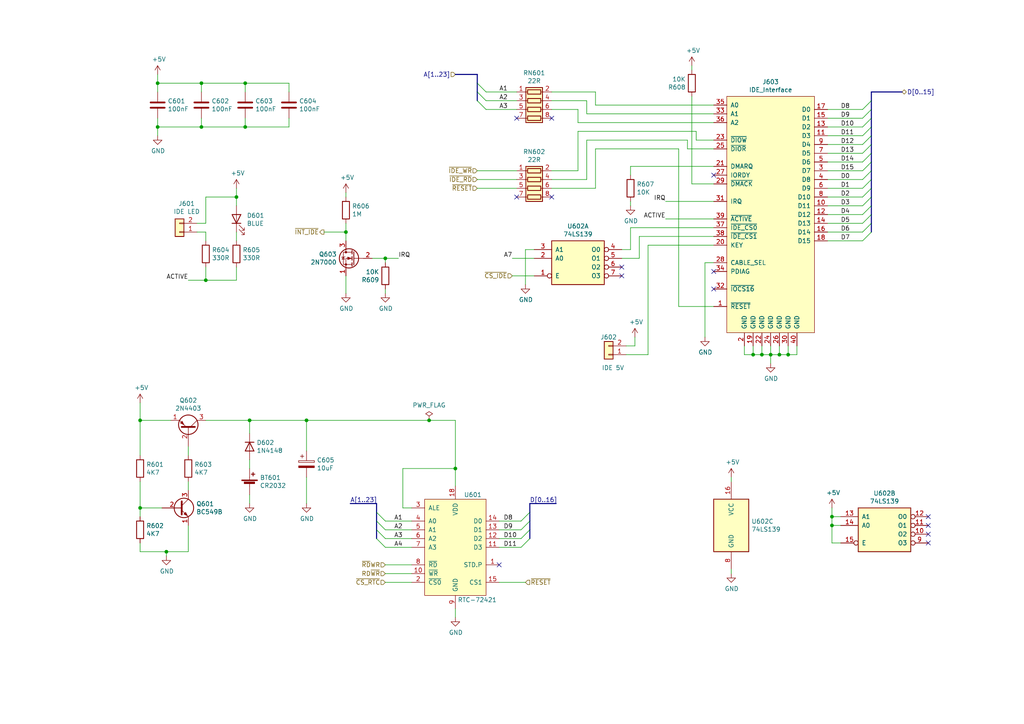
<source format=kicad_sch>
(kicad_sch (version 20231120) (generator "eeschema") (generator_version "8.0")
  (paper "A4")
  (title_block (title "Y Ddraig") (company "Stephen Moody"))
  (lib_symbols
    (symbol "74xx:74LS139" (pin_names (offset 1.016))
      (property "Reference" "U" (at -7.62 8.89 0))
      (property "Value" "74LS139" (at -7.62 -8.89 0))
      (symbol "74LS139_1_0"
        (pin input inverted (at -12.7 -5.08 0) (length 5.08) (name "E") (number "1"))
        (pin input line (at -12.7 0 0) (length 5.08) (name "A0") (number "2"))
        (pin input line (at -12.7 2.54 0) (length 5.08) (name "A1") (number "3"))
        (pin output inverted (at 12.7 2.54 180) (length 5.08) (name "O0") (number "4"))
        (pin output inverted (at 12.7 0 180) (length 5.08) (name "O1") (number "5"))
        (pin output inverted (at 12.7 -2.54 180) (length 5.08) (name "O2") (number "6"))
        (pin output inverted (at 12.7 -5.08 180) (length 5.08) (name "O3") (number "7"))
      )
      (symbol "74LS139_1_1"
        (rectangle (start -7.62 5.08) (end 7.62 -7.62) (stroke (width 0.254)) (fill (type background)))
      )
      (symbol "74LS139_2_0"
        (pin output inverted (at 12.7 -2.54 180) (length 5.08) (name "O2") (number "10"))
        (pin output inverted (at 12.7 0 180) (length 5.08) (name "O1") (number "11"))
        (pin output inverted (at 12.7 2.54 180) (length 5.08) (name "O0") (number "12"))
        (pin input line (at -12.7 2.54 0) (length 5.08) (name "A1") (number "13"))
        (pin input line (at -12.7 0 0) (length 5.08) (name "A0") (number "14"))
        (pin input inverted (at -12.7 -5.08 0) (length 5.08) (name "E") (number "15"))
        (pin output inverted (at 12.7 -5.08 180) (length 5.08) (name "O3") (number "9"))
      )
      (symbol "74LS139_2_1"
        (rectangle (start -7.62 5.08) (end 7.62 -7.62) (stroke (width 0.254)) (fill (type background)))
      )
      (symbol "74LS139_3_0"
        (pin power_in line (at 0 12.7 270) (length 5.08) (name "VCC") (number "16"))
        (pin power_in line (at 0 -12.7 90) (length 5.08) (name "GND") (number "8"))
      )
      (symbol "74LS139_3_1"
        (rectangle (start -5.08 7.62) (end 5.08 -7.62) (stroke (width 0.254)) (fill (type background)))
      )
    )
    (symbol "Connector_Generic:Conn_01x02" (pin_names (offset 1.016) hide)
      (property "Reference" "J" (at 0 2.54 0))
      (property "Value" "Conn_01x02" (at 0 -5.08 0))
      (symbol "Conn_01x02_1_1"
        (rectangle (start -1.27 -2.413) (end 0 -2.667) (stroke (width 0.1524)))
        (rectangle (start -1.27 0.127) (end 0 -0.127) (stroke (width 0.1524)))
        (rectangle (start -1.27 1.27) (end 1.27 -3.81) (stroke (width 0.254)) (fill (type background)))
        (pin passive line (at -5.08 0 0) (length 3.81) (name "Pin_1") (number "1"))
        (pin passive line (at -5.08 -2.54 0) (length 3.81) (name "Pin_2") (number "2"))
      )
    )
    (symbol "Ddraig:IDE_Interface" (pin_names (offset 1.016))
      (property "Reference" "J" (at -17.78 25.4 0))
      (property "Value" "IDE_Interface" (at 34.29 -29.21 0))
      (symbol "IDE_Interface_0_1"
        (rectangle (start -12.7 27.94) (end 12.7 -40.64) (fill (type background)))
      )
      (symbol "IDE_Interface_1_1"
        (pin input line (at -16.51 -33.02 0) (length 3.81) (name "~{RESET}") (number "1"))
        (pin bidirectional line (at 16.51 -3.81 180) (length 3.81) (name "D11") (number "10"))
        (pin bidirectional line (at 16.51 16.51 180) (length 3.81) (name "D3") (number "11"))
        (pin bidirectional line (at 16.51 -6.35 180) (length 3.81) (name "D12") (number "12"))
        (pin bidirectional line (at 16.51 19.05 180) (length 3.81) (name "D2") (number "13"))
        (pin bidirectional line (at 16.51 -8.89 180) (length 3.81) (name "D13") (number "14"))
        (pin bidirectional line (at 16.51 21.59 180) (length 3.81) (name "D1") (number "15"))
        (pin bidirectional line (at 16.51 -11.43 180) (length 3.81) (name "D14") (number "16"))
        (pin bidirectional line (at 16.51 24.13 180) (length 3.81) (name "D0") (number "17"))
        (pin bidirectional line (at 16.51 -13.97 180) (length 3.81) (name "D15") (number "18"))
        (pin power_in line (at -5.08 -44.45 90) (length 3.81) (name "GND") (number "19"))
        (pin power_in line (at -7.62 -44.45 90) (length 3.81) (name "GND") (number "2"))
        (pin passive line (at -16.51 -15.24 0) (length 3.81) (name "KEY") (number "20"))
        (pin output line (at -16.51 7.62 0) (length 3.81) (name "DMARQ") (number "21"))
        (pin power_in line (at -2.54 -44.45 90) (length 3.81) (name "GND") (number "22"))
        (pin input line (at -16.51 15.24 0) (length 3.81) (name "~{DIOW}") (number "23"))
        (pin power_in line (at 0 -44.45 90) (length 3.81) (name "GND") (number "24"))
        (pin input line (at -16.51 12.7 0) (length 3.81) (name "~{DIOR}") (number "25"))
        (pin power_in line (at 2.54 -44.45 90) (length 3.81) (name "GND") (number "26"))
        (pin output line (at -16.51 5.08 0) (length 3.81) (name "IORDY") (number "27"))
        (pin input line (at -16.51 -20.32 0) (length 3.81) (name "CABLE_SEL") (number "28"))
        (pin input line (at -16.51 2.54 0) (length 3.81) (name "~{DMACK}") (number "29"))
        (pin bidirectional line (at 16.51 6.35 180) (length 3.81) (name "D7") (number "3"))
        (pin power_in line (at 5.08 -44.45 90) (length 3.81) (name "GND") (number "30"))
        (pin output line (at -16.51 -2.54 0) (length 3.81) (name "IRQ") (number "31"))
        (pin input line (at -16.51 -27.94 0) (length 3.81) (name "~{IOCS16}") (number "32"))
        (pin input line (at -16.51 22.86 0) (length 3.81) (name "A1") (number "33"))
        (pin passive line (at -16.51 -22.86 0) (length 3.81) (name "PDIAG") (number "34"))
        (pin input line (at -16.51 25.4 0) (length 3.81) (name "A0") (number "35"))
        (pin input line (at -16.51 20.32 0) (length 3.81) (name "A2") (number "36"))
        (pin input line (at -16.51 -10.16 0) (length 3.81) (name "~{IDE_CS0}") (number "37"))
        (pin input line (at -16.51 -12.7 0) (length 3.81) (name "~{IDE_CS1}") (number "38"))
        (pin output line (at -16.51 -7.62 0) (length 3.81) (name "~{ACTIVE}") (number "39"))
        (pin bidirectional line (at 16.51 3.81 180) (length 3.81) (name "D8") (number "4"))
        (pin power_in line (at 7.62 -44.45 90) (length 3.81) (name "GND") (number "40"))
        (pin bidirectional line (at 16.51 8.89 180) (length 3.81) (name "D6") (number "5"))
        (pin bidirectional line (at 16.51 1.27 180) (length 3.81) (name "D9") (number "6"))
        (pin bidirectional line (at 16.51 11.43 180) (length 3.81) (name "D5") (number "7"))
        (pin bidirectional line (at 16.51 -1.27 180) (length 3.81) (name "D10") (number "8"))
        (pin bidirectional line (at 16.51 13.97 180) (length 3.81) (name "D4") (number "9"))
      )
    )
    (symbol "Ddraig:RPack04_Alt" (pin_names (offset 0) hide)
      (property "Reference" "RN" (at -7.62 0 90))
      (property "Value" "RPack04_Alt" (at 5.08 0 90))
      (symbol "RPack04_Alt_0_1"
        (rectangle (start -6.35 -2.413) (end 3.81 2.413) (stroke (width 0.254)) (fill (type background)))
        (rectangle (start -5.715 1.905) (end -4.445 -1.905) (stroke (width 0.254)))
        (rectangle (start -3.175 1.905) (end -1.905 -1.905) (stroke (width 0.254)))
        (rectangle (start -0.635 1.905) (end 0.635 -1.905) (stroke (width 0.254)))
        (polyline (pts (xy -5.08 -2.54) (xy -5.08 -1.905)))
        (polyline (pts (xy -5.08 1.905) (xy -5.08 2.54)))
        (polyline (pts (xy -2.54 -2.54) (xy -2.54 -1.905)))
        (polyline (pts (xy -2.54 1.905) (xy -2.54 2.54)))
        (polyline (pts (xy 0 -2.54) (xy 0 -1.905)))
        (polyline (pts (xy 0 1.905) (xy 0 2.54)))
        (polyline (pts (xy 2.54 -2.54) (xy 2.54 -1.905)))
        (polyline (pts (xy 2.54 1.905) (xy 2.54 2.54)))
        (rectangle (start 1.905 1.905) (end 3.175 -1.905) (stroke (width 0.254)))
      )
      (symbol "RPack04_Alt_1_1"
        (pin passive line (at -5.08 -5.08 90) (length 2.54) (name "R1.1") (number "1"))
        (pin passive line (at -5.08 5.08 270) (length 2.54) (name "R1.2") (number "2"))
        (pin passive line (at -2.54 -5.08 90) (length 2.54) (name "R2.1") (number "3"))
        (pin passive line (at -2.54 5.08 270) (length 2.54) (name "R2.2") (number "4"))
        (pin passive line (at 0 -5.08 90) (length 2.54) (name "R3.1") (number "5"))
        (pin passive line (at 0 5.08 270) (length 2.54) (name "R3.2") (number "6"))
        (pin passive line (at 2.54 -5.08 90) (length 2.54) (name "R4.1") (number "7"))
        (pin passive line (at 2.54 5.08 270) (length 2.54) (name "R4.2") (number "8"))
      )
    )
    (symbol "Ddraig:RTC-72421" (pin_names (offset 1.016))
      (property "Reference" "U" (at 6.35 13.97 0))
      (property "Value" "RTC-72421" (at 7.62 -17.78 0))
      (symbol "RTC-72421_0_1"
        (rectangle (start -8.89 12.7) (end 8.89 -15.24) (fill (type background)))
      )
      (symbol "RTC-72421_1_1"
        (pin output line (at 12.7 -6.35 180) (length 3.81) (name "STD.P") (number "1"))
        (pin input line (at -12.7 -8.89 0) (length 3.81) (name "~{WR}") (number "10"))
        (pin bidirectional line (at 12.7 -1.27 180) (length 3.81) (name "D3") (number "11"))
        (pin bidirectional line (at 12.7 1.27 180) (length 3.81) (name "D2") (number "12"))
        (pin bidirectional line (at 12.7 3.81 180) (length 3.81) (name "D1") (number "13"))
        (pin bidirectional line (at 12.7 6.35 180) (length 3.81) (name "D0") (number "14"))
        (pin input line (at 12.7 -11.43 180) (length 3.81) (name "CS1") (number "15"))
        (pin no_connect line (at -12.7 -3.81 0) (length 3.81) hide (name "(VDD)") (number "16"))
        (pin no_connect line (at 12.7 -3.81 180) (length 3.81) hide (name "(VDD)") (number "17"))
        (pin power_in line (at 0 16.51 270) (length 3.81) (name "VDD") (number "18"))
        (pin input line (at -12.7 -11.43 0) (length 3.81) (name "~{CS0}") (number "2"))
        (pin input line (at -12.7 10.16 0) (length 3.81) (name "ALE") (number "3"))
        (pin input line (at -12.7 6.35 0) (length 3.81) (name "A0") (number "4"))
        (pin input line (at -12.7 3.81 0) (length 3.81) (name "A1") (number "5"))
        (pin input line (at -12.7 1.27 0) (length 3.81) (name "A2") (number "6"))
        (pin input line (at -12.7 -1.27 0) (length 3.81) (name "A3") (number "7"))
        (pin input line (at -12.7 -6.35 0) (length 3.81) (name "~{RD}") (number "8"))
        (pin power_in line (at 0 -19.05 90) (length 3.81) (name "GND") (number "9"))
      )
    )
    (symbol "Device:Battery_Cell" (pin_numbers hide) (pin_names (offset 0) hide)
      (property "Reference" "BT" (at 2.54 2.54 0))
      (property "Value" "Battery_Cell" (at 2.54 0 0))
      (symbol "Battery_Cell_0_1"
        (rectangle (start -2.286 1.778) (end 2.286 1.524) (fill (type outline)))
        (rectangle (start -1.5748 1.1938) (end 1.4732 0.6858) (fill (type outline)))
        (polyline (pts (xy 0 0.762) (xy 0 0)))
        (polyline (pts (xy 0 1.778) (xy 0 2.54)))
        (polyline (pts (xy 0.508 3.429) (xy 1.524 3.429)) (stroke (width 0.254)))
        (polyline (pts (xy 1.016 3.937) (xy 1.016 2.921)) (stroke (width 0.254)))
      )
      (symbol "Battery_Cell_1_1"
        (pin passive line (at 0 5.08 270) (length 2.54) (name "+") (number "1"))
        (pin passive line (at 0 -2.54 90) (length 2.54) (name "-") (number "2"))
      )
    )
    (symbol "Device:C" (pin_numbers hide) (pin_names (offset 0.254))
      (property "Reference" "C" (at 0.635 2.54 0))
      (property "Value" "C" (at 0.635 -2.54 0))
      (symbol "C_0_1"
        (polyline (pts (xy -2.032 -0.762) (xy 2.032 -0.762)) (stroke (width 0.508)))
        (polyline (pts (xy -2.032 0.762) (xy 2.032 0.762)) (stroke (width 0.508)))
      )
      (symbol "C_1_1"
        (pin passive line (at 0 3.81 270) (length 2.794) (name "~") (number "1"))
        (pin passive line (at 0 -3.81 90) (length 2.794) (name "~") (number "2"))
      )
    )
    (symbol "Device:C_Polarized" (pin_numbers hide) (pin_names (offset 0.254))
      (property "Reference" "C" (at 0.635 2.54 0))
      (property "Value" "C_Polarized" (at 0.635 -2.54 0))
      (symbol "C_Polarized_0_1"
        (rectangle (start -2.286 0.508) (end 2.286 1.016))
        (polyline (pts (xy -1.778 2.286) (xy -0.762 2.286)))
        (polyline (pts (xy -1.27 2.794) (xy -1.27 1.778)))
        (rectangle (start 2.286 -0.508) (end -2.286 -1.016) (fill (type outline)))
      )
      (symbol "C_Polarized_1_1"
        (pin passive line (at 0 3.81 270) (length 2.794) (name "~") (number "1"))
        (pin passive line (at 0 -3.81 90) (length 2.794) (name "~") (number "2"))
      )
    )
    (symbol "Device:LED" (pin_numbers hide) (pin_names (offset 1.016) hide)
      (property "Reference" "D" (at 0 2.54 0))
      (property "Value" "LED" (at 0 -2.54 0))
      (symbol "LED_0_1"
        (polyline (pts (xy -1.27 -1.27) (xy -1.27 1.27)) (stroke (width 0.254)))
        (polyline (pts (xy -1.27 0) (xy 1.27 0)))
        (polyline (pts (xy 1.27 -1.27) (xy 1.27 1.27) (xy -1.27 0) (xy 1.27 -1.27)) (stroke (width 0.254)))
        (polyline (pts (xy -3.048 -0.762) (xy -4.572 -2.286) (xy -3.81 -2.286) (xy -4.572 -2.286) (xy -4.572 -1.524)))
        (polyline (pts (xy -1.778 -0.762) (xy -3.302 -2.286) (xy -2.54 -2.286) (xy -3.302 -2.286) (xy -3.302 -1.524)))
      )
      (symbol "LED_1_1"
        (pin passive line (at -3.81 0 0) (length 2.54) (name "K") (number "1"))
        (pin passive line (at 3.81 0 180) (length 2.54) (name "A") (number "2"))
      )
    )
    (symbol "Device:Q_NPN_EBC" (pin_names (offset 0) hide)
      (property "Reference" "Q" (at 5.08 1.27 0))
      (property "Value" "Q_NPN_EBC" (at 5.08 -1.27 0))
      (symbol "Q_NPN_EBC_0_1"
        (polyline (pts (xy 0.635 0.635) (xy 2.54 2.54)))
        (polyline (pts (xy 0.635 -0.635) (xy 2.54 -2.54) (xy 2.54 -2.54)))
        (polyline (pts (xy 0.635 1.905) (xy 0.635 -1.905) (xy 0.635 -1.905)) (stroke (width 0.508)))
        (polyline (pts (xy 1.27 -1.778) (xy 1.778 -1.27) (xy 2.286 -2.286) (xy 1.27 -1.778) (xy 1.27 -1.778)) (fill (type outline)))
        (circle (center 1.27 0) (radius 2.8194) (stroke (width 0.254)))
      )
      (symbol "Q_NPN_EBC_1_1"
        (pin passive line (at 2.54 -5.08 90) (length 2.54) (name "E") (number "1"))
        (pin passive line (at -5.08 0 0) (length 5.715) (name "B") (number "2"))
        (pin passive line (at 2.54 5.08 270) (length 2.54) (name "C") (number "3"))
      )
    )
    (symbol "Device:Q_PNP_EBC" (pin_names (offset 0) hide)
      (property "Reference" "Q" (at 5.08 1.27 0))
      (property "Value" "Q_PNP_EBC" (at 5.08 -1.27 0))
      (symbol "Q_PNP_EBC_0_1"
        (polyline (pts (xy 0.635 0.635) (xy 2.54 2.54)))
        (polyline (pts (xy 0.635 -0.635) (xy 2.54 -2.54) (xy 2.54 -2.54)))
        (polyline (pts (xy 0.635 1.905) (xy 0.635 -1.905) (xy 0.635 -1.905)) (stroke (width 0.508)))
        (polyline (pts (xy 2.286 -1.778) (xy 1.778 -2.286) (xy 1.27 -1.27) (xy 2.286 -1.778) (xy 2.286 -1.778)) (fill (type outline)))
        (circle (center 1.27 0) (radius 2.8194) (stroke (width 0.254)))
      )
      (symbol "Q_PNP_EBC_1_1"
        (pin passive line (at 2.54 -5.08 90) (length 2.54) (name "E") (number "1"))
        (pin input line (at -5.08 0 0) (length 5.715) (name "B") (number "2"))
        (pin passive line (at 2.54 5.08 270) (length 2.54) (name "C") (number "3"))
      )
    )
    (symbol "Device:R" (pin_numbers hide) (pin_names (offset 0))
      (property "Reference" "R" (at 2.032 0 90))
      (property "Value" "R" (at 0 0 90))
      (symbol "R_0_1"
        (rectangle (start -1.016 -2.54) (end 1.016 2.54) (stroke (width 0.254)))
      )
      (symbol "R_1_1"
        (pin passive line (at 0 3.81 270) (length 1.27) (name "~") (number "1"))
        (pin passive line (at 0 -3.81 90) (length 1.27) (name "~") (number "2"))
      )
    )
    (symbol "Diode:1N4148" (pin_numbers hide) (pin_names (offset 1.016) hide)
      (property "Reference" "D" (at 0 2.54 0))
      (property "Value" "1N4148" (at 0 -2.54 0))
      (symbol "1N4148_0_1"
        (polyline (pts (xy -1.27 1.27) (xy -1.27 -1.27)) (stroke (width 0.254)))
        (polyline (pts (xy 1.27 0) (xy -1.27 0)))
        (polyline (pts (xy 1.27 1.27) (xy 1.27 -1.27) (xy -1.27 0) (xy 1.27 1.27)) (stroke (width 0.254)))
      )
      (symbol "1N4148_1_1"
        (pin passive line (at -3.81 0 0) (length 2.54) (name "K") (number "1"))
        (pin passive line (at 3.81 0 180) (length 2.54) (name "A") (number "2"))
      )
    )
    (symbol "Transistor_FET:2N7000" (pin_names hide)
      (property "Reference" "Q" (at 5.08 1.905 0))
      (property "Value" "2N7000" (at 5.08 0 0))
      (symbol "2N7000_0_1"
        (polyline (pts (xy 0.254 0) (xy -2.54 0)))
        (polyline (pts (xy 0.254 1.905) (xy 0.254 -1.905)) (stroke (width 0.254)))
        (polyline (pts (xy 0.762 -1.27) (xy 0.762 -2.286)) (stroke (width 0.254)))
        (polyline (pts (xy 0.762 0.508) (xy 0.762 -0.508)) (stroke (width 0.254)))
        (polyline (pts (xy 0.762 2.286) (xy 0.762 1.27)) (stroke (width 0.254)))
        (polyline (pts (xy 2.54 2.54) (xy 2.54 1.778)))
        (polyline (pts (xy 2.54 -2.54) (xy 2.54 0) (xy 0.762 0)))
        (polyline (pts (xy 0.762 -1.778) (xy 3.302 -1.778) (xy 3.302 1.778) (xy 0.762 1.778)))
        (polyline (pts (xy 1.016 0) (xy 2.032 0.381) (xy 2.032 -0.381) (xy 1.016 0)) (fill (type outline)))
        (polyline (pts (xy 2.794 0.508) (xy 2.921 0.381) (xy 3.683 0.381) (xy 3.81 0.254)))
        (polyline (pts (xy 3.302 0.381) (xy 2.921 -0.254) (xy 3.683 -0.254) (xy 3.302 0.381)))
        (circle (center 1.651 0) (radius 2.794) (stroke (width 0.254)))
        (circle (center 2.54 -1.778) (radius 0.254) (fill (type outline)))
        (circle (center 2.54 1.778) (radius 0.254) (fill (type outline)))
      )
      (symbol "2N7000_1_1"
        (pin passive line (at 2.54 -5.08 90) (length 2.54) (name "S") (number "1"))
        (pin input line (at -5.08 0 0) (length 2.54) (name "G") (number "2"))
        (pin passive line (at 2.54 5.08 270) (length 2.54) (name "D") (number "3"))
      )
    )
    (symbol "power:+5V" (power) (pin_names (offset 0))
      (property "Value" "+5V" (at 0 3.556 0))
      (symbol "+5V_0_1"
        (polyline (pts (xy -0.762 1.27) (xy 0 2.54)))
        (polyline (pts (xy 0 0) (xy 0 2.54)))
        (polyline (pts (xy 0 2.54) (xy 0.762 1.27)))
      )
      (symbol "+5V_1_1"
        (pin power_in line (at 0 0 90) (length 0) hide (name "+5V") (number "1"))
      )
    )
    (symbol "power:GND" (power) (pin_names (offset 0))
      (property "Value" "GND" (at 0 -3.81 0))
      (symbol "GND_0_1"
        (polyline (pts (xy 0 0) (xy 0 -1.27) (xy 1.27 -1.27) (xy 0 -2.54) (xy -1.27 -1.27) (xy 0 -1.27)))
      )
      (symbol "GND_1_1"
        (pin power_in line (at 0 0 270) (length 0) hide (name "GND") (number "1"))
      )
    )
    (symbol "power:PWR_FLAG" (power) (pin_numbers hide) (pin_names (offset 0) hide)
      (property "Value" "PWR_FLAG" (at 0 3.81 0))
      (symbol "PWR_FLAG_0_0"
        (pin power_out line (at 0 0 90) (length 0) (name "pwr") (number "1"))
      )
      (symbol "PWR_FLAG_0_1"
        (polyline (pts (xy 0 0) (xy 0 1.27) (xy -1.016 1.905) (xy 0 2.54) (xy 1.016 1.905) (xy 0 1.27)))
      )
    )
  )
  (junction (at 100.33 67.31))
  (junction (at 218.44 102.87))
  (junction (at 220.98 102.87))
  (junction (at 228.6 102.87))
  (junction (at 68.58 57.15))
  (junction (at 45.72 24.13))
  (junction (at 58.42 36.83))
  (junction (at 241.3 152.4))
  (junction (at 71.12 24.13))
  (junction (at 45.72 36.83))
  (junction (at 88.9 121.92))
  (junction (at 48.26 160.02))
  (junction (at 241.3 149.86))
  (junction (at 226.06 102.87))
  (junction (at 40.64 121.92))
  (junction (at 72.39 121.92))
  (junction (at 58.42 24.13))
  (junction (at 111.76 74.93))
  (junction (at 223.52 102.87))
  (junction (at 132.08 135.89))
  (junction (at 40.64 147.32))
  (junction (at 71.12 36.83))
  (junction (at 59.69 81.28))
  (junction (at 124.46 121.92))
  (no_connect (at 144.78 163.83))
  (no_connect (at 207.01 78.74))
  (no_connect (at 269.24 154.94))
  (no_connect (at 160.02 57.15))
  (no_connect (at 207.01 83.82))
  (no_connect (at 160.02 34.29))
  (no_connect (at 149.86 57.15))
  (no_connect (at 269.24 152.4))
  (no_connect (at 180.34 80.01))
  (no_connect (at 269.24 149.86))
  (no_connect (at 149.86 34.29))
  (no_connect (at 180.34 77.47))
  (no_connect (at 269.24 157.48))
  (no_connect (at 207.01 50.8))
  (bus_entry (at 252.73 54.61) (size -2.54 2.54))
  (bus_entry (at 109.22 156.21) (size 2.54 2.54))
  (bus_entry (at 252.73 59.69) (size -2.54 2.54))
  (bus_entry (at 252.73 39.37) (size -2.54 2.54))
  (bus_entry (at 252.73 64.77) (size -2.54 2.54))
  (bus_entry (at 153.67 156.21) (size -2.54 2.54))
  (bus_entry (at 252.73 62.23) (size -2.54 2.54))
  (bus_entry (at 153.67 153.67) (size -2.54 2.54))
  (bus_entry (at 252.73 36.83) (size -2.54 2.54))
  (bus_entry (at 252.73 52.07) (size -2.54 2.54))
  (bus_entry (at 109.22 153.67) (size 2.54 2.54))
  (bus_entry (at 252.73 29.21) (size -2.54 2.54))
  (bus_entry (at 138.43 24.13) (size 2.54 2.54))
  (bus_entry (at 252.73 46.99) (size -2.54 2.54))
  (bus_entry (at 252.73 67.31) (size -2.54 2.54))
  (bus_entry (at 109.22 148.59) (size 2.54 2.54))
  (bus_entry (at 252.73 49.53) (size -2.54 2.54))
  (bus_entry (at 252.73 57.15) (size -2.54 2.54))
  (bus_entry (at 138.43 26.67) (size 2.54 2.54))
  (bus_entry (at 153.67 151.13) (size -2.54 2.54))
  (bus_entry (at 153.67 148.59) (size -2.54 2.54))
  (bus_entry (at 252.73 41.91) (size -2.54 2.54))
  (bus_entry (at 252.73 44.45) (size -2.54 2.54))
  (bus_entry (at 252.73 34.29) (size -2.54 2.54))
  (bus_entry (at 252.73 31.75) (size -2.54 2.54))
  (bus_entry (at 109.22 151.13) (size 2.54 2.54))
  (bus_entry (at 138.43 29.21) (size 2.54 2.54))
  (wire (pts (xy 241.3 157.48) (xy 243.84 157.48)))
  (wire (pts (xy 172.72 43.18) (xy 196.85 43.18)))
  (wire (pts (xy 57.15 64.77) (xy 59.69 64.77)))
  (wire (pts (xy 100.33 80.01) (xy 100.33 85.09)))
  (wire (pts (xy 57.15 67.31) (xy 59.69 67.31)))
  (wire (pts (xy 144.78 153.67) (xy 151.13 153.67)))
  (wire (pts (xy 167.64 49.53) (xy 167.64 38.1)))
  (wire (pts (xy 111.76 166.37) (xy 119.38 166.37)))
  (bus (pts (xy 252.73 36.83) (xy 252.73 39.37)))
  (wire (pts (xy 241.3 147.32) (xy 241.3 149.86)))
  (wire (pts (xy 58.42 36.83) (xy 71.12 36.83)))
  (wire (pts (xy 111.76 151.13) (xy 119.38 151.13)))
  (wire (pts (xy 228.6 100.33) (xy 228.6 102.87)))
  (bus (pts (xy 153.67 153.67) (xy 153.67 156.21)))
  (bus (pts (xy 252.73 41.91) (xy 252.73 44.45)))
  (wire (pts (xy 220.98 100.33) (xy 220.98 102.87)))
  (bus (pts (xy 138.43 26.67) (xy 138.43 29.21)))
  (bus (pts (xy 138.43 21.59) (xy 132.08 21.59)))
  (wire (pts (xy 40.64 121.92) (xy 40.64 132.08)))
  (wire (pts (xy 218.44 100.33) (xy 218.44 102.87)))
  (wire (pts (xy 200.66 53.34) (xy 200.66 27.94)))
  (wire (pts (xy 240.03 64.77) (xy 250.19 64.77)))
  (wire (pts (xy 223.52 105.41) (xy 223.52 102.87)))
  (wire (pts (xy 72.39 133.35) (xy 72.39 135.89)))
  (wire (pts (xy 207.01 63.5) (xy 193.04 63.5)))
  (wire (pts (xy 58.42 24.13) (xy 58.42 26.67)))
  (wire (pts (xy 119.38 147.32) (xy 116.84 147.32)))
  (wire (pts (xy 68.58 54.61) (xy 68.58 57.15)))
  (wire (pts (xy 72.39 121.92) (xy 72.39 125.73)))
  (wire (pts (xy 193.04 58.42) (xy 207.01 58.42)))
  (bus (pts (xy 153.67 146.05) (xy 161.29 146.05)))
  (wire (pts (xy 59.69 57.15) (xy 68.58 57.15)))
  (wire (pts (xy 59.69 67.31) (xy 59.69 69.85)))
  (bus (pts (xy 138.43 24.13) (xy 138.43 26.67)))
  (wire (pts (xy 241.3 152.4) (xy 243.84 152.4)))
  (wire (pts (xy 48.26 160.02) (xy 48.26 161.29)))
  (wire (pts (xy 151.13 156.21) (xy 144.78 156.21)))
  (wire (pts (xy 119.38 163.83) (xy 111.76 163.83)))
  (wire (pts (xy 40.64 160.02) (xy 48.26 160.02)))
  (wire (pts (xy 68.58 67.31) (xy 68.58 69.85)))
  (wire (pts (xy 182.88 66.04) (xy 207.01 66.04)))
  (bus (pts (xy 153.67 148.59) (xy 153.67 151.13)))
  (wire (pts (xy 151.13 151.13) (xy 144.78 151.13)))
  (wire (pts (xy 45.72 24.13) (xy 58.42 24.13)))
  (bus (pts (xy 109.22 153.67) (xy 109.22 156.21)))
  (wire (pts (xy 240.03 39.37) (xy 250.19 39.37)))
  (wire (pts (xy 172.72 54.61) (xy 160.02 54.61)))
  (bus (pts (xy 109.22 146.05) (xy 101.6 146.05)))
  (wire (pts (xy 160.02 26.67) (xy 172.72 26.67)))
  (wire (pts (xy 45.72 24.13) (xy 45.72 21.59)))
  (wire (pts (xy 182.88 48.26) (xy 182.88 50.8)))
  (wire (pts (xy 119.38 168.91) (xy 111.76 168.91)))
  (wire (pts (xy 149.86 49.53) (xy 138.43 49.53)))
  (wire (pts (xy 204.47 76.2) (xy 204.47 97.79)))
  (wire (pts (xy 68.58 81.28) (xy 59.69 81.28)))
  (wire (pts (xy 111.76 76.2) (xy 111.76 74.93)))
  (wire (pts (xy 71.12 24.13) (xy 83.82 24.13)))
  (bus (pts (xy 252.73 46.99) (xy 252.73 49.53)))
  (wire (pts (xy 119.38 158.75) (xy 111.76 158.75)))
  (bus (pts (xy 109.22 151.13) (xy 109.22 153.67)))
  (wire (pts (xy 40.64 116.84) (xy 40.64 121.92)))
  (wire (pts (xy 45.72 36.83) (xy 45.72 34.29)))
  (wire (pts (xy 167.64 31.75) (xy 167.64 35.56)))
  (wire (pts (xy 170.18 52.07) (xy 170.18 40.64)))
  (wire (pts (xy 152.4 72.39) (xy 152.4 82.55)))
  (bus (pts (xy 252.73 31.75) (xy 252.73 34.29)))
  (wire (pts (xy 160.02 29.21) (xy 170.18 29.21)))
  (wire (pts (xy 148.59 74.93) (xy 154.94 74.93)))
  (wire (pts (xy 185.42 68.58) (xy 207.01 68.58)))
  (wire (pts (xy 88.9 146.05) (xy 88.9 138.43)))
  (wire (pts (xy 111.76 156.21) (xy 119.38 156.21)))
  (wire (pts (xy 160.02 31.75) (xy 167.64 31.75)))
  (wire (pts (xy 199.39 40.64) (xy 199.39 43.18)))
  (wire (pts (xy 181.61 100.33) (xy 184.15 100.33)))
  (wire (pts (xy 240.03 59.69) (xy 250.19 59.69)))
  (wire (pts (xy 54.61 160.02) (xy 48.26 160.02)))
  (bus (pts (xy 252.73 39.37) (xy 252.73 41.91)))
  (wire (pts (xy 71.12 36.83) (xy 83.82 36.83)))
  (wire (pts (xy 59.69 81.28) (xy 54.61 81.28)))
  (wire (pts (xy 223.52 102.87) (xy 226.06 102.87)))
  (wire (pts (xy 140.97 26.67) (xy 149.86 26.67)))
  (wire (pts (xy 240.03 49.53) (xy 250.19 49.53)))
  (wire (pts (xy 111.76 74.93) (xy 107.95 74.93)))
  (wire (pts (xy 149.86 52.07) (xy 138.43 52.07)))
  (wire (pts (xy 58.42 36.83) (xy 58.42 34.29)))
  (wire (pts (xy 170.18 33.02) (xy 207.01 33.02)))
  (bus (pts (xy 109.22 148.59) (xy 109.22 151.13)))
  (wire (pts (xy 45.72 39.37) (xy 45.72 36.83)))
  (wire (pts (xy 231.14 102.87) (xy 231.14 100.33)))
  (bus (pts (xy 252.73 26.67) (xy 261.62 26.67)))
  (wire (pts (xy 196.85 88.9) (xy 207.01 88.9)))
  (bus (pts (xy 252.73 34.29) (xy 252.73 36.83)))
  (wire (pts (xy 72.39 143.51) (xy 72.39 146.05)))
  (bus (pts (xy 252.73 29.21) (xy 252.73 31.75)))
  (wire (pts (xy 68.58 77.47) (xy 68.58 81.28)))
  (wire (pts (xy 116.84 147.32) (xy 116.84 135.89)))
  (wire (pts (xy 240.03 69.85) (xy 250.19 69.85)))
  (wire (pts (xy 49.53 121.92) (xy 40.64 121.92)))
  (wire (pts (xy 54.61 152.4) (xy 54.61 160.02)))
  (wire (pts (xy 167.64 35.56) (xy 207.01 35.56)))
  (wire (pts (xy 100.33 64.77) (xy 100.33 67.31)))
  (wire (pts (xy 215.9 102.87) (xy 218.44 102.87)))
  (wire (pts (xy 241.3 149.86) (xy 243.84 149.86)))
  (wire (pts (xy 71.12 24.13) (xy 58.42 24.13)))
  (wire (pts (xy 250.19 31.75) (xy 240.03 31.75)))
  (bus (pts (xy 153.67 151.13) (xy 153.67 153.67)))
  (wire (pts (xy 207.01 71.12) (xy 187.96 71.12)))
  (wire (pts (xy 200.66 19.05) (xy 200.66 20.32)))
  (wire (pts (xy 132.08 135.89) (xy 132.08 140.97)))
  (wire (pts (xy 187.96 102.87) (xy 181.61 102.87)))
  (wire (pts (xy 172.72 26.67) (xy 172.72 30.48)))
  (wire (pts (xy 228.6 102.87) (xy 231.14 102.87)))
  (wire (pts (xy 201.93 38.1) (xy 201.93 40.64)))
  (wire (pts (xy 250.19 57.15) (xy 240.03 57.15)))
  (wire (pts (xy 140.97 31.75) (xy 149.86 31.75)))
  (bus (pts (xy 138.43 21.59) (xy 138.43 24.13)))
  (wire (pts (xy 132.08 121.92) (xy 132.08 135.89)))
  (wire (pts (xy 46.99 147.32) (xy 40.64 147.32)))
  (wire (pts (xy 45.72 26.67) (xy 45.72 24.13)))
  (wire (pts (xy 40.64 139.7) (xy 40.64 147.32)))
  (wire (pts (xy 182.88 72.39) (xy 180.34 72.39)))
  (wire (pts (xy 71.12 26.67) (xy 71.12 24.13)))
  (wire (pts (xy 138.43 54.61) (xy 149.86 54.61)))
  (wire (pts (xy 215.9 100.33) (xy 215.9 102.87)))
  (bus (pts (xy 252.73 44.45) (xy 252.73 46.99)))
  (wire (pts (xy 88.9 130.81) (xy 88.9 121.92)))
  (wire (pts (xy 124.46 121.92) (xy 132.08 121.92)))
  (wire (pts (xy 240.03 34.29) (xy 250.19 34.29)))
  (wire (pts (xy 187.96 71.12) (xy 187.96 102.87)))
  (wire (pts (xy 172.72 30.48) (xy 207.01 30.48)))
  (bus (pts (xy 252.73 26.67) (xy 252.73 29.21)))
  (wire (pts (xy 250.19 52.07) (xy 240.03 52.07)))
  (wire (pts (xy 45.72 36.83) (xy 58.42 36.83)))
  (wire (pts (xy 152.4 168.91) (xy 144.78 168.91)))
  (wire (pts (xy 59.69 121.92) (xy 72.39 121.92)))
  (wire (pts (xy 59.69 77.47) (xy 59.69 81.28)))
  (wire (pts (xy 144.78 158.75) (xy 151.13 158.75)))
  (wire (pts (xy 167.64 38.1) (xy 201.93 38.1)))
  (wire (pts (xy 148.59 80.01) (xy 154.94 80.01)))
  (wire (pts (xy 207.01 53.34) (xy 200.66 53.34)))
  (wire (pts (xy 212.09 165.1) (xy 212.09 166.37)))
  (wire (pts (xy 88.9 121.92) (xy 72.39 121.92)))
  (wire (pts (xy 207.01 48.26) (xy 182.88 48.26)))
  (wire (pts (xy 170.18 40.64) (xy 199.39 40.64)))
  (bus (pts (xy 252.73 52.07) (xy 252.73 54.61)))
  (bus (pts (xy 252.73 62.23) (xy 252.73 64.77)))
  (wire (pts (xy 240.03 54.61) (xy 250.19 54.61)))
  (wire (pts (xy 88.9 121.92) (xy 124.46 121.92)))
  (bus (pts (xy 153.67 146.05) (xy 153.67 148.59)))
  (bus (pts (xy 252.73 57.15) (xy 252.73 59.69)))
  (bus (pts (xy 109.22 146.05) (xy 109.22 148.59)))
  (bus (pts (xy 252.73 59.69) (xy 252.73 62.23)))
  (wire (pts (xy 132.08 179.07) (xy 132.08 176.53)))
  (wire (pts (xy 241.3 149.86) (xy 241.3 152.4)))
  (wire (pts (xy 185.42 74.93) (xy 185.42 68.58)))
  (wire (pts (xy 116.84 135.89) (xy 132.08 135.89)))
  (wire (pts (xy 54.61 142.24) (xy 54.61 139.7)))
  (wire (pts (xy 182.88 72.39) (xy 182.88 66.04)))
  (wire (pts (xy 182.88 59.69) (xy 182.88 58.42)))
  (bus (pts (xy 252.73 64.77) (xy 252.73 67.31)))
  (wire (pts (xy 250.19 46.99) (xy 240.03 46.99)))
  (wire (pts (xy 115.57 74.93) (xy 111.76 74.93)))
  (wire (pts (xy 220.98 102.87) (xy 223.52 102.87)))
  (wire (pts (xy 196.85 43.18) (xy 196.85 88.9)))
  (wire (pts (xy 201.93 40.64) (xy 207.01 40.64)))
  (wire (pts (xy 240.03 44.45) (xy 250.19 44.45)))
  (wire (pts (xy 100.33 57.15) (xy 100.33 55.88)))
  (wire (pts (xy 199.39 43.18) (xy 207.01 43.18)))
  (wire (pts (xy 250.19 41.91) (xy 240.03 41.91)))
  (wire (pts (xy 40.64 157.48) (xy 40.64 160.02)))
  (wire (pts (xy 223.52 100.33) (xy 223.52 102.87)))
  (bus (pts (xy 252.73 54.61) (xy 252.73 57.15)))
  (wire (pts (xy 68.58 57.15) (xy 68.58 59.69)))
  (wire (pts (xy 149.86 29.21) (xy 140.97 29.21)))
  (wire (pts (xy 71.12 36.83) (xy 71.12 34.29)))
  (wire (pts (xy 59.69 64.77) (xy 59.69 57.15)))
  (wire (pts (xy 83.82 24.13) (xy 83.82 26.67)))
  (wire (pts (xy 212.09 138.43) (xy 212.09 139.7)))
  (wire (pts (xy 250.19 62.23) (xy 240.03 62.23)))
  (wire (pts (xy 184.15 100.33) (xy 184.15 97.79)))
  (wire (pts (xy 172.72 43.18) (xy 172.72 54.61)))
  (wire (pts (xy 40.64 147.32) (xy 40.64 149.86)))
  (wire (pts (xy 207.01 76.2) (xy 204.47 76.2)))
  (wire (pts (xy 226.06 102.87) (xy 228.6 102.87)))
  (bus (pts (xy 252.73 49.53) (xy 252.73 52.07)))
  (wire (pts (xy 180.34 74.93) (xy 185.42 74.93)))
  (wire (pts (xy 226.06 100.33) (xy 226.06 102.87)))
  (wire (pts (xy 160.02 49.53) (xy 167.64 49.53)))
  (wire (pts (xy 160.02 52.07) (xy 170.18 52.07)))
  (wire (pts (xy 218.44 102.87) (xy 220.98 102.87)))
  (wire (pts (xy 93.98 67.31) (xy 100.33 67.31)))
  (wire (pts (xy 111.76 85.09) (xy 111.76 83.82)))
  (wire (pts (xy 241.3 152.4) (xy 241.3 157.48)))
  (wire (pts (xy 119.38 153.67) (xy 111.76 153.67)))
  (wire (pts (xy 250.19 67.31) (xy 240.03 67.31)))
  (wire (pts (xy 83.82 36.83) (xy 83.82 34.29)))
  (wire (pts (xy 54.61 129.54) (xy 54.61 132.08)))
  (wire (pts (xy 250.19 36.83) (xy 240.03 36.83)))
  (wire (pts (xy 154.94 72.39) (xy 152.4 72.39)))
  (wire (pts (xy 170.18 29.21) (xy 170.18 33.02)))
  (wire (pts (xy 100.33 69.85) (xy 100.33 67.31)))
  (label "D13" (at 243.84 44.45 0))
  (label "D4" (at 243.84 62.23 0))
  (label "D2" (at 243.84 57.15 0))
  (label "D5" (at 243.84 64.77 0))
  (label "D15" (at 243.84 49.53 0))
  (label "A3" (at 144.78 31.75 0))
  (label "D7" (at 243.84 69.85 0))
  (label "D9" (at 243.84 34.29 0))
  (label "IRQ" (at 193.04 58.42 180))
  (label "A1" (at 144.78 26.67 0))
  (label "D11" (at 243.84 39.37 0))
  (label "D8" (at 243.84 31.75 0))
  (label "D6" (at 243.84 67.31 0))
  (label "D[0..16]" (at 153.67 146.05 0))
  (label "D8" (at 146.05 151.13 0))
  (label "A3" (at 114.3 156.21 0))
  (label "A1" (at 114.3 151.13 0))
  (label "A2" (at 144.78 29.21 0))
  (label "ACTIVE" (at 54.61 81.28 180))
  (label "D14" (at 243.84 46.99 0))
  (label "ACTIVE" (at 193.04 63.5 180))
  (label "D9" (at 146.05 153.67 0))
  (label "D12" (at 243.84 41.91 0))
  (label "D10" (at 146.05 156.21 0))
  (label "D10" (at 243.84 36.83 0))
  (label "A4" (at 114.3 158.75 0))
  (label "D0" (at 243.84 52.07 0))
  (label "D11" (at 146.05 158.75 0))
  (label "D3" (at 243.84 59.69 0))
  (label "A7" (at 148.59 74.93 180))
  (label "A2" (at 114.3 153.67 0))
  (label "IRQ" (at 115.57 74.93 0))
  (label "D1" (at 243.84 54.61 0))
  (label "A[1..23]" (at 101.6 146.05 0))
  (hierarchical_label "~{INT_IDE}" (shape output) (at 93.98 67.31 180))
  (hierarchical_label "~{RD}WR" (shape input) (at 111.76 163.83 180))
  (hierarchical_label "~{CS_RTC}" (shape input) (at 111.76 168.91 180))
  (hierarchical_label "~{RESET}" (shape input) (at 138.43 54.61 180))
  (hierarchical_label "~{IDE_WR}" (shape input) (at 138.43 49.53 180))
  (hierarchical_label "D[0..15]" (shape bidirectional) (at 261.62 26.67 0))
  (hierarchical_label "RD~{WR}" (shape input) (at 111.76 166.37 180))
  (hierarchical_label "A[1..23]" (shape input) (at 132.08 21.59 180))
  (hierarchical_label "~{CS_IDE}" (shape input) (at 148.59 80.01 180))
  (hierarchical_label "~{RESET}" (shape input) (at 152.4 168.91 0))
  (hierarchical_label "~{IDE_RD}" (shape input) (at 138.43 52.07 180))
  (symbol (lib_id "power:GND") (at 212.09 166.37 0) (unit 1)
    (property "Reference" "#PWR0615" (effects (hide yes)))
    (property "Value" "GND" (at 212.217 170.7642 0))
  )
  (symbol (lib_id "Ddraig:RTC-72421") (at 132.08 157.48 0) (unit 1)
    (property "Reference" "U601" (at 137.16 143.51 0))
    (property "Value" "RTC-72421" (at 138.43 173.99 0))
    (property "Footprint" "Package_DIP:DIP-18_W7.62mm_Socket" (effects (hide yes)))
  )
  (symbol (lib_id "Device:Q_NPN_EBC") (at 52.07 147.32 0) (unit 1)
    (property "Reference" "Q601" (at 56.9214 146.1516 0) (effects (justify left)))
    (property "Value" "BC549B" (at 56.9214 148.463 0) (effects (justify left)))
    (property "Footprint" "Package_TO_SOT_THT:TO-92" (effects (hide yes)))
  )
  (symbol (lib_id "Device:Q_PNP_EBC") (at 54.61 124.46 270) (mirror x) (unit 1)
    (property "Reference" "Q602" (at 54.61 116.1288 90))
    (property "Value" "2N4403" (at 54.61 118.4402 90))
    (property "Footprint" "Package_TO_SOT_THT:TO-92" (effects (hide yes)))
  )
  (symbol (lib_id "Diode:1N4148") (at 72.39 129.54 270) (unit 1)
    (property "Reference" "D602" (at 74.422 128.3716 90) (effects (justify left)))
    (property "Value" "1N4148" (at 74.422 130.683 90) (effects (justify left)))
    (property "Footprint" "Diode_THT:D_DO-35_SOD27_P7.62mm_Horizontal" (effects (hide yes)))
    (property "Datasheet" "https://assets.nexperia.com/documents/data-sheet/1N4148_1N4448.pdf" (effects (hide yes)))
  )
  (symbol (lib_id "Device:Battery_Cell") (at 72.39 140.97 0) (unit 1)
    (property "Reference" "BT601" (at 75.3872 138.5316 0) (effects (justify left)))
    (property "Value" "CR2032" (at 75.3872 140.843 0) (effects (justify left)))
    (property "Footprint" "Battery:BatteryHolder_Keystone_103_1x20mm" (effects (hide yes)))
  )
  (symbol (lib_id "Device:R") (at 40.64 153.67 0) (unit 1)
    (property "Reference" "R602" (at 42.418 152.5016 0) (effects (justify left)))
    (property "Value" "4K7" (at 42.418 154.813 0) (effects (justify left)))
    (property "Footprint" "Resistor_THT:R_Axial_DIN0207_L6.3mm_D2.5mm_P10.16mm_Horizontal" (effects (hide yes)))
  )
  (symbol (lib_id "Device:C_Polarized") (at 88.9 134.62 0) (unit 1)
    (property "Reference" "C605" (at 91.8972 133.4516 0) (effects (justify left)))
    (property "Value" "10uF" (at 91.8972 135.763 0) (effects (justify left)))
    (property "Footprint" "Capacitor_THT:CP_Radial_D5.0mm_P2.50mm" (effects (hide yes)))
  )
  (symbol (lib_id "power:GND") (at 72.39 146.05 0) (unit 1)
    (property "Reference" "#PWR0606" (effects (hide yes)))
    (property "Value" "GND" (at 72.517 150.4442 0))
  )
  (symbol (lib_id "power:+5V") (at 40.64 116.84 0) (unit 1)
    (property "Reference" "#PWR0601" (effects (hide yes)))
    (property "Value" "+5V" (at 41.021 112.4458 0))
  )
  (symbol (lib_id "power:GND") (at 88.9 146.05 0) (unit 1)
    (property "Reference" "#PWR0607" (effects (hide yes)))
    (property "Value" "GND" (at 89.027 150.4442 0))
  )
  (symbol (lib_id "Device:R") (at 54.61 135.89 0) (unit 1)
    (property "Reference" "R603" (at 56.388 134.7216 0) (effects (justify left)))
    (property "Value" "4K7" (at 56.388 137.033 0) (effects (justify left)))
    (property "Footprint" "Resistor_THT:R_Axial_DIN0207_L6.3mm_D2.5mm_P10.16mm_Horizontal" (effects (hide yes)))
  )
  (symbol (lib_id "Device:R") (at 40.64 135.89 0) (unit 1)
    (property "Reference" "R601" (at 42.418 134.7216 0) (effects (justify left)))
    (property "Value" "4K7" (at 42.418 137.033 0) (effects (justify left)))
    (property "Footprint" "Resistor_THT:R_Axial_DIN0207_L6.3mm_D2.5mm_P10.16mm_Horizontal" (effects (hide yes)))
  )
  (symbol (lib_id "power:GND") (at 48.26 161.29 0) (unit 1)
    (property "Reference" "#PWR0604" (effects (hide yes)))
    (property "Value" "GND" (at 48.387 165.6842 0))
  )
  (symbol (lib_id "power:+5V") (at 212.09 138.43 0) (unit 1)
    (property "Reference" "#PWR0101" (effects (hide yes)))
    (property "Value" "+5V" (at 212.471 134.0358 0))
  )
  (symbol (lib_id "power:+5V") (at 241.3 147.32 0) (unit 1)
    (property "Reference" "#PWR0102" (effects (hide yes)))
    (property "Value" "+5V" (at 241.681 142.9258 0))
  )
  (symbol (lib_id "power:GND") (at 132.08 179.07 0) (unit 1)
    (property "Reference" "#PWR0610" (effects (hide yes)))
    (property "Value" "GND" (at 132.207 183.4642 0))
  )
  (symbol (lib_id "Ddraig:IDE_Interface") (at 223.52 55.88 0) (unit 1)
    (property "Reference" "J603" (at 223.52 23.749 0))
    (property "Value" "IDE_Interface" (at 223.52 26.0604 0))
    (property "Footprint" "Connector_IDC:IDC-Header_2x20_P2.54mm_Vertical" (effects (hide yes)))
  )
  (symbol (lib_id "power:GND") (at 223.52 105.41 0) (unit 1)
    (property "Reference" "#PWR0616" (effects (hide yes)))
    (property "Value" "GND" (at 223.647 109.8042 0))
  )
  (symbol (lib_id "Connector_Generic:Conn_01x02") (at 176.53 102.87 180) (unit 1)
    (property "Reference" "J602" (at 176.53 97.79 0))
    (property "Value" "IDE 5V" (at 177.8 106.68 0))
    (property "Footprint" "Connector_PinHeader_2.54mm:PinHeader_1x02_P2.54mm_Vertical" (effects (hide yes)))
  )
  (symbol (lib_id "power:+5V") (at 184.15 97.79 0) (unit 1)
    (property "Reference" "#PWR0612" (effects (hide yes)))
    (property "Value" "+5V" (at 184.531 93.3958 0))
  )
  (symbol (lib_id "74xx:74LS139") (at 167.64 74.93 0) (unit 1)
    (property "Reference" "U602" (at 167.64 65.6082 0))
    (property "Value" "74LS139" (at 167.64 67.9196 0))
    (property "Footprint" "Package_DIP:DIP-16_W7.62mm_Socket" (effects (hide yes)))
    (property "Datasheet" "http://www.ti.com/lit/ds/symlink/sn74ls139a.pdf" (effects (hide yes)))
  )
  (symbol (lib_id "74xx:74LS139") (at 256.54 152.4 0) (unit 2)
    (property "Reference" "U602" (at 256.54 143.0782 0))
    (property "Value" "74LS139" (at 256.54 145.3896 0))
    (property "Footprint" "Package_DIP:DIP-16_W7.62mm_Socket" (effects (hide yes)))
    (property "Datasheet" "http://www.ti.com/lit/ds/symlink/sn74ls139a.pdf" (effects (hide yes)))
  )
  (symbol (lib_id "74xx:74LS139") (at 212.09 152.4 0) (unit 3)
    (property "Reference" "U602" (at 217.932 151.2316 0) (effects (justify left)))
    (property "Value" "74LS139" (at 217.932 153.543 0) (effects (justify left)))
    (property "Footprint" "Package_DIP:DIP-16_W7.62mm_Socket" (effects (hide yes)))
    (property "Datasheet" "http://www.ti.com/lit/ds/symlink/sn74ls139a.pdf" (effects (hide yes)))
  )
  (symbol (lib_id "power:GND") (at 152.4 82.55 0) (unit 1)
    (property "Reference" "#PWR0611" (effects (hide yes)))
    (property "Value" "GND" (at 152.527 86.9442 0))
  )
  (symbol (lib_id "power:GND") (at 204.47 97.79 0) (unit 1)
    (property "Reference" "#PWR0613" (effects (hide yes)))
    (property "Value" "GND" (at 204.597 102.1842 0))
  )
  (symbol (lib_id "Device:R") (at 100.33 60.96 0) (unit 1)
    (property "Reference" "R606" (at 102.108 59.7916 0) (effects (justify left)))
    (property "Value" "1M" (at 102.108 62.103 0) (effects (justify left)))
    (property "Footprint" "Resistor_THT:R_Axial_DIN0207_L6.3mm_D2.5mm_P10.16mm_Horizontal" (effects (hide yes)))
  )
  (symbol (lib_id "Transistor_FET:2N7000") (at 102.87 74.93 0) (mirror y) (unit 1)
    (property "Reference" "Q603" (at 97.663 73.7616 0) (effects (justify left)))
    (property "Value" "2N7000" (at 97.663 76.073 0) (effects (justify left)))
    (property "Footprint" "Package_TO_SOT_THT:TO-92_Inline" (effects (hide yes)))
    (property "Datasheet" "https://www.onsemi.com/pub/Collateral/NDS7002A-D.PDF" (effects (hide yes)))
  )
  (symbol (lib_id "power:GND") (at 100.33 85.09 0) (unit 1)
    (property "Reference" "#PWR0609" (effects (hide yes)))
    (property "Value" "GND" (at 100.457 89.4842 0))
  )
  (symbol (lib_id "power:+5V") (at 100.33 55.88 0) (unit 1)
    (property "Reference" "#PWR0608" (effects (hide yes)))
    (property "Value" "+5V" (at 100.711 51.4858 0))
  )
  (symbol (lib_id "Connector_Generic:Conn_01x02") (at 52.07 67.31 180) (unit 1)
    (property "Reference" "J601" (at 54.1528 59.055 0))
    (property "Value" "IDE LED" (at 54.1528 61.3664 0))
    (property "Footprint" "Connector_PinHeader_2.54mm:PinHeader_1x02_P2.54mm_Vertical" (effects (hide yes)))
  )
  (symbol (lib_id "Device:R") (at 59.69 73.66 0) (unit 1)
    (property "Reference" "R604" (at 61.468 72.4916 0) (effects (justify left)))
    (property "Value" "330R" (at 61.468 74.803 0) (effects (justify left)))
    (property "Footprint" "Resistor_THT:R_Axial_DIN0207_L6.3mm_D2.5mm_P10.16mm_Horizontal" (effects (hide yes)))
  )
  (symbol (lib_id "Device:R") (at 68.58 73.66 0) (unit 1)
    (property "Reference" "R605" (at 70.358 72.4916 0) (effects (justify left)))
    (property "Value" "330R" (at 70.358 74.803 0) (effects (justify left)))
    (property "Footprint" "Resistor_THT:R_Axial_DIN0207_L6.3mm_D2.5mm_P10.16mm_Horizontal" (effects (hide yes)))
  )
  (symbol (lib_id "Device:LED") (at 68.58 63.5 90) (unit 1)
    (property "Reference" "D601" (at 71.5772 62.5094 90) (effects (justify right)))
    (property "Value" "BLUE" (at 71.5772 64.8208 90) (effects (justify right)))
    (property "Footprint" "LED_THT:LED_D5.0mm" (effects (hide yes)))
  )
  (symbol (lib_id "power:+5V") (at 68.58 54.61 0) (unit 1)
    (property "Reference" "#PWR0605" (effects (hide yes)))
    (property "Value" "+5V" (at 68.961 50.2158 0))
  )
  (symbol (lib_id "Device:C") (at 45.72 30.48 0) (unit 1)
    (property "Reference" "C601" (at 48.641 29.3116 0) (effects (justify left)))
    (property "Value" "100nF" (at 48.641 31.623 0) (effects (justify left)))
    (property "Footprint" "Capacitor_THT:C_Disc_D3.8mm_W2.6mm_P2.50mm" (effects (hide yes)))
  )
  (symbol (lib_id "power:GND") (at 45.72 39.37 0) (unit 1)
    (property "Reference" "#PWR0603" (effects (hide yes)))
    (property "Value" "GND" (at 45.847 43.7642 0))
  )
  (symbol (lib_id "Device:C") (at 58.42 30.48 0) (unit 1)
    (property "Reference" "C602" (at 61.341 29.3116 0) (effects (justify left)))
    (property "Value" "100nF" (at 61.341 31.623 0) (effects (justify left)))
    (property "Footprint" "Capacitor_THT:C_Disc_D3.8mm_W2.6mm_P2.50mm" (effects (hide yes)))
  )
  (symbol (lib_id "power:+5V") (at 45.72 21.59 0) (unit 1)
    (property "Reference" "#PWR0602" (effects (hide yes)))
    (property "Value" "+5V" (at 46.101 17.1958 0))
  )
  (symbol (lib_id "Device:C") (at 71.12 30.48 0) (unit 1)
    (property "Reference" "C603" (at 74.041 29.3116 0) (effects (justify left)))
    (property "Value" "100nF" (at 74.041 31.623 0) (effects (justify left)))
    (property "Footprint" "Capacitor_THT:C_Disc_D3.8mm_W2.6mm_P2.50mm" (effects (hide yes)))
  )
  (symbol (lib_id "Device:C") (at 83.82 30.48 0) (unit 1)
    (property "Reference" "C604" (at 86.741 29.3116 0) (effects (justify left)))
    (property "Value" "100nF" (at 86.741 31.623 0) (effects (justify left)))
    (property "Footprint" "Capacitor_THT:C_Disc_D3.8mm_W2.6mm_P2.50mm" (effects (hide yes)))
  )
  (symbol (lib_id "Device:R") (at 111.76 80.01 180) (unit 1)
    (property "Reference" "R609" (at 109.982 81.1784 0) (effects (justify left)))
    (property "Value" "10K" (at 109.982 78.867 0) (effects (justify left)))
    (property "Footprint" "Resistor_THT:R_Axial_DIN0207_L6.3mm_D2.5mm_P10.16mm_Horizontal" (effects (hide yes)))
  )
  (symbol (lib_id "power:GND") (at 111.76 85.09 0) (unit 1)
    (property "Reference" "#PWR0618" (effects (hide yes)))
    (property "Value" "GND" (at 111.887 89.4842 0))
  )
  (symbol (lib_id "power:PWR_FLAG") (at 124.46 121.92 0) (unit 1)
    (property "Reference" "#FLG0601" (effects (hide yes)))
    (property "Value" "PWR_FLAG" (at 124.46 117.5258 0))
  )
  (symbol (lib_id "Device:R") (at 182.88 54.61 0) (unit 1)
    (property "Reference" "R607" (at 184.658 53.4416 0) (effects (justify left)))
    (property "Value" "10K" (at 184.658 55.753 0) (effects (justify left)))
    (property "Footprint" "Resistor_THT:R_Axial_DIN0207_L6.3mm_D2.5mm_P10.16mm_Horizontal" (effects (hide yes)))
  )
  (symbol (lib_id "Device:R") (at 200.66 24.13 180) (unit 1)
    (property "Reference" "R608" (at 198.882 25.2984 0) (effects (justify left)))
    (property "Value" "10K" (at 198.882 22.987 0) (effects (justify left)))
    (property "Footprint" "Resistor_THT:R_Axial_DIN0207_L6.3mm_D2.5mm_P10.16mm_Horizontal" (effects (hide yes)))
  )
  (symbol (lib_id "power:+5V") (at 200.66 19.05 0) (unit 1)
    (property "Reference" "#PWR0617" (effects (hide yes)))
    (property "Value" "+5V" (at 201.041 14.6558 0))
  )
  (symbol (lib_id "power:GND") (at 182.88 59.69 0) (unit 1)
    (property "Reference" "#PWR0614" (effects (hide yes)))
    (property "Value" "GND" (at 183.007 64.0842 0))
  )
  (symbol (lib_id "Ddraig:RPack04_Alt") (at 154.94 31.75 270) (unit 1)
    (property "Reference" "RN601" (at 154.94 21.1582 90))
    (property "Value" "22R" (at 154.94 23.4696 90))
    (property "Footprint" "Resistor_THT:R_Array_SIP8" (effects (hide yes)))
  )
  (symbol (lib_id "Ddraig:RPack04_Alt") (at 154.94 54.61 270) (unit 1)
    (property "Reference" "RN602" (at 154.94 44.0182 90))
    (property "Value" "22R" (at 154.94 46.3296 90))
    (property "Footprint" "Resistor_THT:R_Array_SIP8" (effects (hide yes)))
  )
)
</source>
